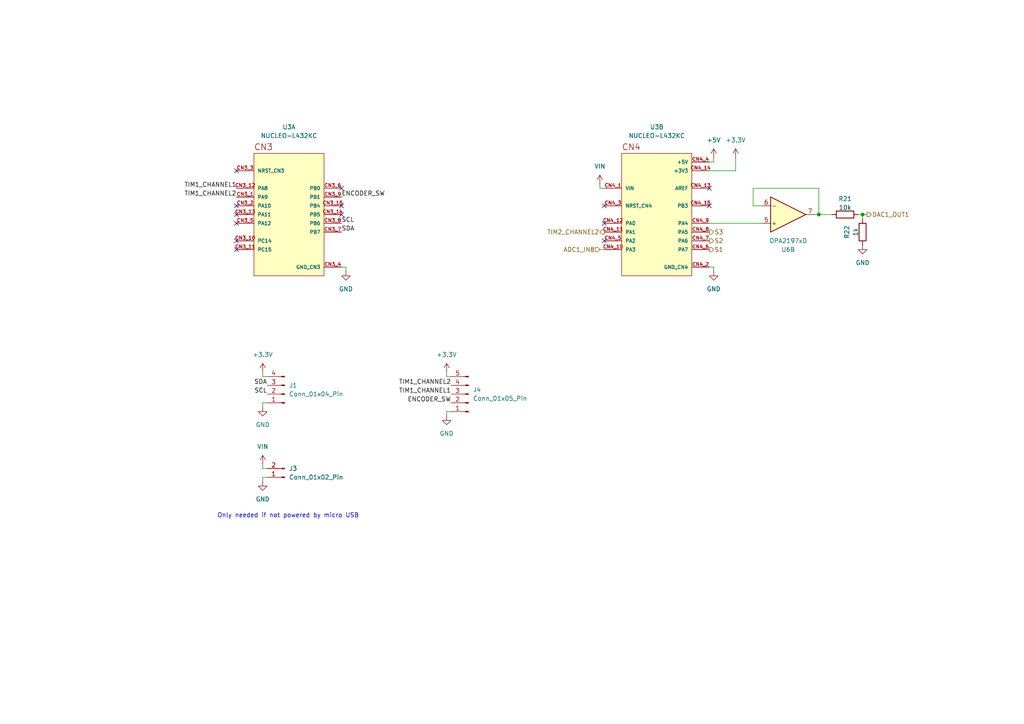
<source format=kicad_sch>
(kicad_sch (version 20250114) (generator "eeschema") (generator_version "9.0")
  (paper "A4")
  (lib_symbols
    (symbol "Amplifier_Operational:OPA2197xD" (pin_names (offset 0.127))
      (property "Reference" "U" (at 2.54 6.35 0))
      (property "Value" "OPA2197xD" (at 2.54 3.81 0))
      (symbol "OPA2197xD_1_1"
        (polyline (pts (xy 5.08 0) (xy -5.08 5.08) (xy -5.08 -5.08) (xy 5.08 0)) (stroke (width 0.254)) (fill (type background)))
        (pin input line (at -7.62 2.54 0) (length 2.54) (name "+") (number "3"))
        (pin input line (at -7.62 -2.54 0) (length 2.54) (name "-") (number "2"))
        (pin output line (at 7.62 0 180) (length 2.54) (name "~") (number "1"))
      )
      (symbol "OPA2197xD_2_1"
        (polyline (pts (xy 5.08 0) (xy -5.08 5.08) (xy -5.08 -5.08) (xy 5.08 0)) (stroke (width 0.254)) (fill (type background)))
        (pin input line (at -7.62 2.54 0) (length 2.54) (name "+") (number "5"))
        (pin input line (at -7.62 -2.54 0) (length 2.54) (name "-") (number "6"))
        (pin output line (at 7.62 0 180) (length 2.54) (name "~") (number "7"))
      )
      (symbol "OPA2197xD_3_1"
        (pin power_in line (at 0 7.62 270) (length 3.81) (name "V+") (number "8"))
        (pin power_in line (at 0 -7.62 90) (length 3.81) (name "V-") (number "4"))
      )
    )
    (symbol "Connector:Conn_01x02_Pin" (pin_names (offset 1.016) (hide yes))
      (property "Reference" "J" (at 0 2.54 0))
      (property "Value" "Conn_01x02_Pin" (at 0 -5.08 0))
      (symbol "Conn_01x02_Pin_1_1"
        (rectangle (start 0.8636 0.127) (end 0 -0.127) (stroke (width 0.1524)) (fill (type outline)))
        (rectangle (start 0.8636 -2.413) (end 0 -2.667) (stroke (width 0.1524)) (fill (type outline)))
        (polyline (pts (xy 1.27 0) (xy 0.8636 0)) (stroke (width 0.1524)))
        (polyline (pts (xy 1.27 -2.54) (xy 0.8636 -2.54)) (stroke (width 0.1524)))
        (pin passive line (at 5.08 0 180) (length 3.81) (name "Pin_1") (number "1"))
        (pin passive line (at 5.08 -2.54 180) (length 3.81) (name "Pin_2") (number "2"))
      )
    )
    (symbol "Connector:Conn_01x04_Pin" (pin_names (offset 1.016) (hide yes))
      (property "Reference" "J" (at 0 5.08 0))
      (property "Value" "Conn_01x04_Pin" (at 0 -7.62 0))
      (symbol "Conn_01x04_Pin_1_1"
        (rectangle (start 0.8636 2.667) (end 0 2.413) (stroke (width 0.1524)) (fill (type outline)))
        (rectangle (start 0.8636 0.127) (end 0 -0.127) (stroke (width 0.1524)) (fill (type outline)))
        (rectangle (start 0.8636 -2.413) (end 0 -2.667) (stroke (width 0.1524)) (fill (type outline)))
        (rectangle (start 0.8636 -4.953) (end 0 -5.207) (stroke (width 0.1524)) (fill (type outline)))
        (polyline (pts (xy 1.27 2.54) (xy 0.8636 2.54)) (stroke (width 0.1524)))
        (polyline (pts (xy 1.27 0) (xy 0.8636 0)) (stroke (width 0.1524)))
        (polyline (pts (xy 1.27 -2.54) (xy 0.8636 -2.54)) (stroke (width 0.1524)))
        (polyline (pts (xy 1.27 -5.08) (xy 0.8636 -5.08)) (stroke (width 0.1524)))
        (pin passive line (at 5.08 2.54 180) (length 3.81) (name "Pin_1") (number "1"))
        (pin passive line (at 5.08 0 180) (length 3.81) (name "Pin_2") (number "2"))
        (pin passive line (at 5.08 -2.54 180) (length 3.81) (name "Pin_3") (number "3"))
        (pin passive line (at 5.08 -5.08 180) (length 3.81) (name "Pin_4") (number "4"))
      )
    )
    (symbol "Connector:Conn_01x05_Pin" (pin_names (offset 1.016) (hide yes))
      (property "Reference" "J" (at 0 7.62 0))
      (property "Value" "Conn_01x05_Pin" (at 0 -7.62 0))
      (symbol "Conn_01x05_Pin_1_1"
        (rectangle (start 0.8636 5.207) (end 0 4.953) (stroke (width 0.1524)) (fill (type outline)))
        (rectangle (start 0.8636 2.667) (end 0 2.413) (stroke (width 0.1524)) (fill (type outline)))
        (rectangle (start 0.8636 0.127) (end 0 -0.127) (stroke (width 0.1524)) (fill (type outline)))
        (rectangle (start 0.8636 -2.413) (end 0 -2.667) (stroke (width 0.1524)) (fill (type outline)))
        (rectangle (start 0.8636 -4.953) (end 0 -5.207) (stroke (width 0.1524)) (fill (type outline)))
        (polyline (pts (xy 1.27 5.08) (xy 0.8636 5.08)) (stroke (width 0.1524)))
        (polyline (pts (xy 1.27 2.54) (xy 0.8636 2.54)) (stroke (width 0.1524)))
        (polyline (pts (xy 1.27 0) (xy 0.8636 0)) (stroke (width 0.1524)))
        (polyline (pts (xy 1.27 -2.54) (xy 0.8636 -2.54)) (stroke (width 0.1524)))
        (polyline (pts (xy 1.27 -5.08) (xy 0.8636 -5.08)) (stroke (width 0.1524)))
        (pin passive line (at 5.08 5.08 180) (length 3.81) (name "Pin_1") (number "1"))
        (pin passive line (at 5.08 2.54 180) (length 3.81) (name "Pin_2") (number "2"))
        (pin passive line (at 5.08 0 180) (length 3.81) (name "Pin_3") (number "3"))
        (pin passive line (at 5.08 -2.54 180) (length 3.81) (name "Pin_4") (number "4"))
        (pin passive line (at 5.08 -5.08 180) (length 3.81) (name "Pin_5") (number "5"))
      )
    )
    (symbol "Device:R" (pin_numbers (hide yes)) (pin_names (offset 0))
      (property "Reference" "R" (at 2.032 0 90))
      (property "Value" "R" (at 0 0 90))
      (symbol "R_0_1"
        (rectangle (start -1.016 -2.54) (end 1.016 2.54) (stroke (width 0.254)))
      )
      (symbol "R_1_1"
        (pin passive line (at 0 3.81 270) (length 1.27) (name "~") (number "1"))
        (pin passive line (at 0 -3.81 90) (length 1.27) (name "~") (number "2"))
      )
    )
    (symbol "NUCLEO-L432KC:NUCLEO-L432KC" (pin_names (offset 1.016))
      (property "Reference" "U" (at -10.16 21.082 0))
      (property "Value" "NUCLEO-L432KC" (at -10.16 -20.32 0))
      (symbol "NUCLEO-L432KC_1_0"
        (rectangle (start -10.16 -17.78) (end 10.16 17.78) (stroke (width 0.1524)) (fill (type background)))
        (text "CN3" (at -10.16 18.542 0) (effects (font (size 1.778 1.778)) (justify left bottom)))
        (pin bidirectional line (at -15.24 12.7 0) (length 5.08) (name "NRST_CN3") (number "CN3_3"))
        (pin bidirectional line (at -15.24 7.62 0) (length 5.08) (name "PA8") (number "CN3_12"))
        (pin bidirectional line (at -15.24 5.08 0) (length 5.08) (name "PA9") (number "CN3_1"))
        (pin bidirectional line (at -15.24 2.54 0) (length 5.08) (name "PA10") (number "CN3_2"))
        (pin bidirectional line (at -15.24 0 0) (length 5.08) (name "PA11") (number "CN3_13"))
        (pin bidirectional line (at -15.24 -2.54 0) (length 5.08) (name "PA12") (number "CN3_5"))
        (pin bidirectional line (at -15.24 -7.62 0) (length 5.08) (name "PC14") (number "CN3_10"))
        (pin bidirectional line (at -15.24 -10.16 0) (length 5.08) (name "PC15") (number "CN3_11"))
        (pin bidirectional line (at 15.24 7.62 180) (length 5.08) (name "PB0") (number "CN3_6"))
        (pin bidirectional line (at 15.24 5.08 180) (length 5.08) (name "PB1") (number "CN3_9"))
        (pin bidirectional line (at 15.24 2.54 180) (length 5.08) (name "PB4") (number "CN3_15"))
        (pin bidirectional line (at 15.24 0 180) (length 5.08) (name "PB5") (number "CN3_14"))
        (pin bidirectional line (at 15.24 -2.54 180) (length 5.08) (name "PB6") (number "CN3_8"))
        (pin bidirectional line (at 15.24 -5.08 180) (length 5.08) (name "PB7") (number "CN3_7"))
        (pin power_in line (at 15.24 -15.24 180) (length 5.08) (name "GND_CN3") (number "CN3_4"))
      )
      (symbol "NUCLEO-L432KC_2_0"
        (rectangle (start -10.16 -17.78) (end 10.16 17.78) (stroke (width 0.1524)) (fill (type background)))
        (text "CN4" (at -10.16 18.542 0) (effects (font (size 1.778 1.778)) (justify left bottom)))
        (pin input line (at -15.24 7.62 0) (length 5.08) (name "VIN") (number "CN4_1"))
        (pin bidirectional line (at -15.24 2.54 0) (length 5.08) (name "NRST_CN4") (number "CN4_3"))
        (pin bidirectional line (at -15.24 -2.54 0) (length 5.08) (name "PA0") (number "CN4_12"))
        (pin bidirectional line (at -15.24 -5.08 0) (length 5.08) (name "PA1") (number "CN4_11"))
        (pin bidirectional line (at -15.24 -7.62 0) (length 5.08) (name "PA2") (number "CN4_5"))
        (pin bidirectional line (at -15.24 -10.16 0) (length 5.08) (name "PA3") (number "CN4_10"))
        (pin power_in line (at 15.24 15.24 180) (length 5.08) (name "+5V") (number "CN4_4"))
        (pin power_in line (at 15.24 12.7 180) (length 5.08) (name "+3V3") (number "CN4_14"))
        (pin bidirectional line (at 15.24 7.62 180) (length 5.08) (name "AREF") (number "CN4_13"))
        (pin bidirectional line (at 15.24 2.54 180) (length 5.08) (name "PB3") (number "CN4_15"))
        (pin bidirectional line (at 15.24 -2.54 180) (length 5.08) (name "PA4") (number "CN4_9"))
        (pin bidirectional line (at 15.24 -5.08 180) (length 5.08) (name "PA5") (number "CN4_8"))
        (pin bidirectional line (at 15.24 -7.62 180) (length 5.08) (name "PA6") (number "CN4_7"))
        (pin bidirectional line (at 15.24 -10.16 180) (length 5.08) (name "PA7") (number "CN4_6"))
        (pin power_in line (at 15.24 -15.24 180) (length 5.08) (name "GND_CN4") (number "CN4_2"))
      )
    )
    (symbol "power:+3.3V" (power) (pin_numbers (hide yes)) (pin_names (offset 0) (hide yes))
      (property "Value" "+3.3V" (at 0 3.556 0))
      (symbol "+3.3V_0_1"
        (polyline (pts (xy -0.762 1.27) (xy 0 2.54)))
        (polyline (pts (xy 0 2.54) (xy 0.762 1.27)))
        (polyline (pts (xy 0 0) (xy 0 2.54)))
      )
      (symbol "+3.3V_1_1"
        (pin power_in line (at 0 0 90) (length 0) (name "~") (number "1"))
      )
    )
    (symbol "power:+5V" (power) (pin_numbers (hide yes)) (pin_names (offset 0) (hide yes))
      (property "Value" "+5V" (at 0 3.556 0))
      (symbol "+5V_0_1"
        (polyline (pts (xy -0.762 1.27) (xy 0 2.54)))
        (polyline (pts (xy 0 2.54) (xy 0.762 1.27)))
        (polyline (pts (xy 0 0) (xy 0 2.54)))
      )
      (symbol "+5V_1_1"
        (pin power_in line (at 0 0 90) (length 0) (name "~") (number "1"))
      )
    )
    (symbol "power:GND" (power) (pin_numbers (hide yes)) (pin_names (offset 0) (hide yes))
      (property "Value" "GND" (at 0 -3.81 0))
      (symbol "GND_0_1"
        (polyline (pts (xy 0 0) (xy 0 -1.27) (xy 1.27 -1.27) (xy 0 -2.54) (xy -1.27 -1.27) (xy 0 -1.27)))
      )
      (symbol "GND_1_1"
        (pin power_in line (at 0 0 270) (length 0) (name "~") (number "1"))
      )
    )
    (symbol "power:VBUS" (power) (pin_numbers (hide yes)) (pin_names (offset 0) (hide yes))
      (property "Value" "VBUS" (at 0 3.556 0))
      (symbol "VBUS_0_1"
        (polyline (pts (xy -0.762 1.27) (xy 0 2.54)))
        (polyline (pts (xy 0 2.54) (xy 0.762 1.27)))
        (polyline (pts (xy 0 0) (xy 0 2.54)))
      )
      (symbol "VBUS_1_1"
        (pin power_in line (at 0 0 90) (length 0) (name "~") (number "1"))
      )
    )
  )
  (text "Only needed if not powered by micro USB" (at 83.566 149.606 0) (effects (font (size 1.27 1.27))))
  (junction (at 237.49 62.23))
  (junction (at 250.19 62.23))
  (no_connect (at 205.74 54.61))
  (no_connect (at 205.74 59.69))
  (no_connect (at 99.06 54.61))
  (no_connect (at 68.58 59.69))
  (no_connect (at 175.26 59.69))
  (no_connect (at 68.58 64.77))
  (no_connect (at 99.06 62.23))
  (no_connect (at 68.58 69.85))
  (no_connect (at 68.58 49.53))
  (no_connect (at 68.58 72.39))
  (no_connect (at 68.58 62.23))
  (no_connect (at 99.06 59.69))
  (no_connect (at 175.26 69.85))
  (no_connect (at 175.26 64.77))
  (wire (pts (xy 76.2 139.7) (xy 76.2 138.43)))
  (wire (pts (xy 237.49 54.61) (xy 237.49 62.23)))
  (wire (pts (xy 100.33 77.47) (xy 100.33 78.74)))
  (wire (pts (xy 237.49 62.23) (xy 236.22 62.23)))
  (wire (pts (xy 205.74 49.53) (xy 213.36 49.53)))
  (wire (pts (xy 250.19 62.23) (xy 251.46 62.23)))
  (wire (pts (xy 207.01 46.99) (xy 205.74 46.99)))
  (wire (pts (xy 241.3 62.23) (xy 237.49 62.23)))
  (wire (pts (xy 77.47 116.84) (xy 76.2 116.84)))
  (wire (pts (xy 207.01 77.47) (xy 207.01 78.74)))
  (wire (pts (xy 129.54 107.95) (xy 129.54 109.22)))
  (wire (pts (xy 129.54 119.38) (xy 129.54 120.65)))
  (wire (pts (xy 76.2 109.22) (xy 77.47 109.22)))
  (wire (pts (xy 205.74 77.47) (xy 207.01 77.47)))
  (wire (pts (xy 173.99 53.34) (xy 173.99 54.61)))
  (wire (pts (xy 173.99 72.39) (xy 175.26 72.39)))
  (wire (pts (xy 218.44 59.69) (xy 218.44 54.61)))
  (wire (pts (xy 76.2 107.95) (xy 76.2 109.22)))
  (wire (pts (xy 76.2 135.89) (xy 77.47 135.89)))
  (wire (pts (xy 220.98 59.69) (xy 218.44 59.69)))
  (wire (pts (xy 173.99 54.61) (xy 175.26 54.61)))
  (wire (pts (xy 76.2 116.84) (xy 76.2 118.11)))
  (wire (pts (xy 76.2 138.43) (xy 77.47 138.43)))
  (wire (pts (xy 218.44 54.61) (xy 237.49 54.61)))
  (wire (pts (xy 213.36 45.72) (xy 213.36 49.53)))
  (wire (pts (xy 129.54 109.22) (xy 130.81 109.22)))
  (wire (pts (xy 207.01 45.72) (xy 207.01 46.99)))
  (wire (pts (xy 248.92 62.23) (xy 250.19 62.23)))
  (wire (pts (xy 250.19 62.23) (xy 250.19 63.5)))
  (wire (pts (xy 76.2 134.62) (xy 76.2 135.89)))
  (wire (pts (xy 99.06 77.47) (xy 100.33 77.47)))
  (wire (pts (xy 205.74 64.77) (xy 220.98 64.77)))
  (wire (pts (xy 129.54 119.38) (xy 130.81 119.38)))
  (label "SCL" (at 99.06 64.77 0))
  (label "ENCODER_SW" (at 130.81 116.84 180))
  (label "TIM1_CHANNEL1" (at 68.58 54.61 180))
  (label "ENCODER_SW" (at 99.06 57.15 0))
  (label "TIM1_CHANNEL1" (at 130.81 114.3 180))
  (label "SCL" (at 77.47 114.3 180))
  (label "SDA" (at 99.06 67.31 0))
  (label "TIM1_CHANNEL2" (at 68.58 57.15 180))
  (label "SDA" (at 77.47 111.76 180))
  (label "TIM1_CHANNEL2" (at 130.81 111.76 180))
  (hierarchical_label "S1" (shape output) (at 205.74 72.39 0))
  (hierarchical_label "ADC1_IN8" (shape input) (at 173.99 72.39 180))
  (hierarchical_label "TIM2_CHANNEL2" (shape output) (at 175.26 67.31 180))
  (hierarchical_label "DAC1_OUT1" (shape output) (at 251.46 62.23 0))
  (hierarchical_label "S3" (shape output) (at 205.74 67.31 0))
  (hierarchical_label "S2" (shape output) (at 205.74 69.85 0))
  (symbol (lib_id "Device:R") (at 245.11 62.23 90) (unit 1)
    (property "Reference" "R21" (at 245.11 57.658 90))
    (property "Value" "10k" (at 245.11 60.198 90))
    (property "Footprint" "Resistor_SMD:R_0603_1608Metric" (effects (hide yes)))
    (property "Description" "Resistor" (effects (hide yes)))
  )
  (symbol (lib_id "power:+3.3V") (at 129.54 107.95 0) (unit 1)
    (property "Reference" "#PWR034" (effects (hide yes)))
    (property "Value" "+3.3V" (at 129.54 102.87 0))
    (property "Description" "Power symbol creates a global label with name \"+3.3V\"" (effects (hide yes)))
  )
  (symbol (lib_id "power:+3.3V") (at 213.36 45.72 0) (unit 1)
    (property "Reference" "#PWR014" (effects (hide yes)))
    (property "Value" "+3.3V" (at 213.36 40.64 0))
    (property "Description" "Power symbol creates a global label with name \"+3.3V\"" (effects (hide yes)))
  )
  (symbol (lib_id "power:+3.3V") (at 76.2 107.95 0) (unit 1)
    (property "Reference" "#PWR015" (effects (hide yes)))
    (property "Value" "+3.3V" (at 76.2 102.87 0))
    (property "Description" "Power symbol creates a global label with name \"+3.3V\"" (effects (hide yes)))
  )
  (symbol (lib_id "NUCLEO-L432KC:NUCLEO-L432KC") (at 83.82 62.23 0) (unit 1)
    (property "Reference" "U3" (at 83.82 36.83 0))
    (property "Value" "NUCLEO-L432KC" (at 83.82 39.37 0))
    (property "Footprint" "NUCLEO_L432KC:MODULE_NUCLEO-L432KC" (effects (hide yes)))
    (property "PARTREV" "N/A" (effects (hide yes)))
    (property "STANDARD" "Manufacturer Recommendations" (effects (hide yes)))
    (property "MAXIMUM_PACKAGE_HEIGHT" "N/A" (effects (hide yes)))
    (property "MANUFACTURER" "ST Microelectronics" (effects (hide yes)))
  )
  (symbol (lib_id "power:GND") (at 207.01 78.74 0) (unit 1)
    (property "Reference" "#PWR018" (effects (hide yes)))
    (property "Value" "GND" (at 207.01 83.82 0))
    (property "Description" "Power symbol creates a global label with name \"GND\" , ground" (effects (hide yes)))
  )
  (symbol (lib_id "power:GND") (at 76.2 139.7 0) (unit 1)
    (property "Reference" "#PWR028" (effects (hide yes)))
    (property "Value" "GND" (at 76.2 144.78 0))
    (property "Description" "Power symbol creates a global label with name \"GND\" , ground" (effects (hide yes)))
  )
  (symbol (lib_id "power:GND") (at 76.2 118.11 0) (unit 1)
    (property "Reference" "#PWR016" (effects (hide yes)))
    (property "Value" "GND" (at 76.2 123.19 0))
    (property "Description" "Power symbol creates a global label with name \"GND\" , ground" (effects (hide yes)))
  )
  (symbol (lib_id "Device:R") (at 250.19 67.31 180) (unit 1)
    (property "Reference" "R22" (at 245.618 67.31 90))
    (property "Value" "1k" (at 248.158 67.31 90))
    (property "Footprint" "Resistor_SMD:R_0603_1608Metric" (effects (hide yes)))
    (property "Description" "Resistor" (effects (hide yes)))
  )
  (symbol (lib_id "Connector:Conn_01x02_Pin") (at 82.55 138.43 180) (unit 1)
    (property "Reference" "J3" (at 83.82 135.8899 0) (effects (justify right)))
    (property "Value" "Conn_01x02_Pin" (at 83.82 138.4299 0) (effects (justify right)))
    (property "Footprint" "Connector_PinHeader_2.54mm:PinHeader_1x02_P2.54mm_Vertical" (effects (hide yes)))
    (property "Description" "Generic connector, single row, 01x02, script generated" (effects (hide yes)))
  )
  (symbol (lib_id "NUCLEO-L432KC:NUCLEO-L432KC") (at 190.5 62.23 0) (unit 2)
    (property "Reference" "U3" (at 190.5 36.83 0))
    (property "Value" "NUCLEO-L432KC" (at 190.5 39.37 0))
    (property "Footprint" "NUCLEO_L432KC:MODULE_NUCLEO-L432KC" (effects (hide yes)))
    (property "PARTREV" "N/A" (effects (hide yes)))
    (property "STANDARD" "Manufacturer Recommendations" (effects (hide yes)))
    (property "MAXIMUM_PACKAGE_HEIGHT" "N/A" (effects (hide yes)))
    (property "MANUFACTURER" "ST Microelectronics" (effects (hide yes)))
  )
  (symbol (lib_id "power:GND") (at 100.33 78.74 0) (unit 1)
    (property "Reference" "#PWR017" (effects (hide yes)))
    (property "Value" "GND" (at 100.33 83.82 0))
    (property "Description" "Power symbol creates a global label with name \"GND\" , ground" (effects (hide yes)))
  )
  (symbol (lib_id "Amplifier_Operational:OPA2197xD") (at 228.6 62.23 0) (mirror x) (unit 2)
    (property "Reference" "U6" (at 228.6 72.39 0))
    (property "Value" "OPA2197xD" (at 228.6 69.85 0))
    (property "Footprint" "Package_SO:SOIC-8_3.9x4.9mm_P1.27mm" (effects (hide yes)))
    (property "Datasheet" "http://www.ti.com/lit/ds/symlink/opa2197.pdf" (effects (hide yes)))
    (property "Description" "Dual 36V, Precision, Rail-to-Rail Input/Output, Low Offset Voltage, Operational Amplifier, SOIC-8" (effects (hide yes)))
  )
  (symbol (lib_id "Connector:Conn_01x05_Pin") (at 135.89 114.3 180) (unit 1)
    (property "Reference" "J4" (at 137.16 113.0299 0) (effects (justify right)))
    (property "Value" "Conn_01x05_Pin" (at 137.16 115.5699 0) (effects (justify right)))
    (property "Footprint" "Connector_PinHeader_2.54mm:PinHeader_1x05_P2.54mm_Vertical" (effects (hide yes)))
    (property "Description" "Generic connector, single row, 01x05, script generated" (effects (hide yes)))
  )
  (symbol (lib_id "power:VBUS") (at 173.99 53.34 0) (unit 1)
    (property "Reference" "#PWR027" (effects (hide yes)))
    (property "Value" "VIN" (at 173.99 48.26 0))
    (property "Description" "Power symbol creates a global label with name \"VBUS\"" (effects (hide yes)))
  )
  (symbol (lib_id "power:GND") (at 129.54 120.65 0) (unit 1)
    (property "Reference" "#PWR035" (effects (hide yes)))
    (property "Value" "GND" (at 129.54 125.73 0))
    (property "Description" "Power symbol creates a global label with name \"GND\" , ground" (effects (hide yes)))
  )
  (symbol (lib_id "power:VBUS") (at 76.2 134.62 0) (unit 1)
    (property "Reference" "#PWR029" (effects (hide yes)))
    (property "Value" "VIN" (at 76.2 129.54 0))
    (property "Description" "Power symbol creates a global label with name \"VBUS\"" (effects (hide yes)))
  )
  (symbol (lib_id "power:+5V") (at 207.01 45.72 0) (unit 1)
    (property "Reference" "#PWR013" (effects (hide yes)))
    (property "Value" "+5V" (at 207.01 40.64 0))
    (property "Description" "Power symbol creates a global label with name \"+5V\"" (effects (hide yes)))
  )
  (symbol (lib_id "Connector:Conn_01x04_Pin") (at 82.55 114.3 180) (unit 1)
    (property "Reference" "J1" (at 83.82 111.7599 0) (effects (justify right)))
    (property "Value" "Conn_01x04_Pin" (at 83.82 114.2999 0) (effects (justify right)))
    (property "Footprint" "Connector_PinHeader_2.54mm:PinHeader_1x04_P2.54mm_Vertical" (effects (hide yes)))
    (property "Description" "Generic connector, single row, 01x04, script generated" (effects (hide yes)))
  )
  (symbol (lib_id "power:GND") (at 250.19 71.12 0) (unit 1)
    (property "Reference" "#PWR022" (effects (hide yes)))
    (property "Value" "GND" (at 250.19 76.2 0))
    (property "Description" "Power symbol creates a global label with name \"GND\" , ground" (effects (hide yes)))
  )
)
</source>
